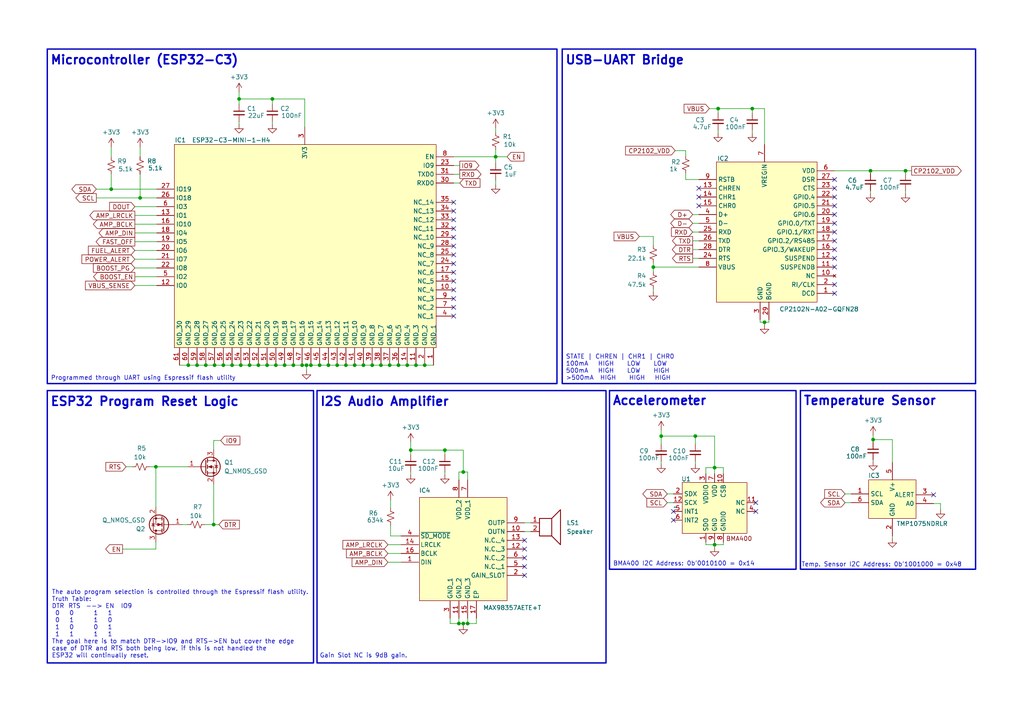
<source format=kicad_sch>
(kicad_sch (version 20231120) (generator "eeschema") (generator_version "8.0")
  (paper "A4")
  (lib_symbols
    (symbol "Device:C_Small" (pin_numbers hide) (pin_names (offset 0.254) hide)
      (property "Reference" "C" (at 0.254 1.778 0))
      (property "Value" "C_Small" (at 0.254 -2.032 0))
      (symbol "C_Small_0_1"
        (polyline (pts (xy -1.524 -0.508) (xy 1.524 -0.508)) (stroke (width 0.3302)))
        (polyline (pts (xy -1.524 0.508) (xy 1.524 0.508)) (stroke (width 0.3048)))
      )
      (symbol "C_Small_1_1"
        (pin passive line (at 0 2.54 270) (length 2.032) (name "~") (number "1"))
        (pin passive line (at 0 -2.54 90) (length 2.032) (name "~") (number "2"))
      )
    )
    (symbol "Device:Q_NMOS_GSD" (pin_names (offset 0) hide)
      (property "Reference" "Q" (at 5.08 1.27 0))
      (property "Value" "Q_NMOS_GSD" (at 5.08 -1.27 0))
      (symbol "Q_NMOS_GSD_0_1"
        (polyline (pts (xy 0.254 0) (xy -2.54 0)))
        (polyline (pts (xy 0.254 1.905) (xy 0.254 -1.905)) (stroke (width 0.254)))
        (polyline (pts (xy 0.762 -1.27) (xy 0.762 -2.286)) (stroke (width 0.254)))
        (polyline (pts (xy 0.762 0.508) (xy 0.762 -0.508)) (stroke (width 0.254)))
        (polyline (pts (xy 0.762 2.286) (xy 0.762 1.27)) (stroke (width 0.254)))
        (polyline (pts (xy 2.54 2.54) (xy 2.54 1.778)))
        (polyline (pts (xy 2.54 -2.54) (xy 2.54 0) (xy 0.762 0)))
        (polyline (pts (xy 0.762 -1.778) (xy 3.302 -1.778) (xy 3.302 1.778) (xy 0.762 1.778)))
        (polyline (pts (xy 1.016 0) (xy 2.032 0.381) (xy 2.032 -0.381) (xy 1.016 0)) (fill (type outline)))
        (polyline (pts (xy 2.794 0.508) (xy 2.921 0.381) (xy 3.683 0.381) (xy 3.81 0.254)))
        (polyline (pts (xy 3.302 0.381) (xy 2.921 -0.254) (xy 3.683 -0.254) (xy 3.302 0.381)))
        (circle (center 1.651 0) (radius 2.794) (stroke (width 0.254)))
        (circle (center 2.54 -1.778) (radius 0.254) (fill (type outline)))
        (circle (center 2.54 1.778) (radius 0.254) (fill (type outline)))
      )
      (symbol "Q_NMOS_GSD_1_1"
        (pin input line (at -5.08 0 0) (length 2.54) (name "G") (number "1"))
        (pin passive line (at 2.54 -5.08 90) (length 2.54) (name "S") (number "2"))
        (pin passive line (at 2.54 5.08 270) (length 2.54) (name "D") (number "3"))
      )
    )
    (symbol "Device:R_Small_US" (pin_numbers hide) (pin_names (offset 0.254) hide)
      (property "Reference" "R" (at 0.762 0.508 0))
      (property "Value" "R_Small_US" (at 0.762 -1.016 0))
      (symbol "R_Small_US_1_1"
        (polyline (pts (xy 0 0) (xy 1.016 -0.381) (xy 0 -0.762) (xy -1.016 -1.143) (xy 0 -1.524)))
        (polyline (pts (xy 0 1.524) (xy 1.016 1.143) (xy 0 0.762) (xy -1.016 0.381) (xy 0 0)))
        (pin passive line (at 0 2.54 270) (length 1.016) (name "~") (number "1"))
        (pin passive line (at 0 -2.54 90) (length 1.016) (name "~") (number "2"))
      )
    )
    (symbol "Device:Speaker" (pin_names (offset 0) hide)
      (property "Reference" "LS" (at 1.27 5.715 0))
      (property "Value" "Speaker" (at 1.27 3.81 0))
      (symbol "Speaker_0_0"
        (rectangle (start -2.54 1.27) (end 1.016 -3.81) (stroke (width 0.254)))
        (polyline (pts (xy 1.016 1.27) (xy 3.556 3.81) (xy 3.556 -6.35) (xy 1.016 -3.81)) (stroke (width 0.254)))
      )
      (symbol "Speaker_1_1"
        (pin input line (at -5.08 0 0) (length 2.54) (name "1") (number "1"))
        (pin input line (at -5.08 -2.54 0) (length 2.54) (name "2") (number "2"))
      )
    )
    (symbol "LEDSphere_symbols:BMA400"
      (property "Reference" "U" (at -8.89 8.128 0))
      (symbol "BMA400_1_1"
        (rectangle (start -9.398 7.112) (end 9.398 -7.62) (fill (type background)))
        (text "BMA400" (at 7.112 -9.144 0) (effects (font (size 1.27 1.27))))
        (pin input line (at -2.54 -10.16 90) (length 2.54) (name "SDO") (number "1"))
        (pin input line (at 2.54 9.652 270) (length 2.54) (name "CSB") (number "10"))
        (pin input line (at 11.938 1.27 180) (length 2.54) (name "NC") (number "11"))
        (pin input line (at -11.938 1.27 0) (length 2.54) (name "SCX") (number "12"))
        (pin input line (at -11.938 3.81 0) (length 2.54) (name "SDX") (number "2"))
        (pin input line (at -2.54 9.652 270) (length 2.54) (name "VDDIO") (number "3"))
        (pin input line (at 11.938 -1.27 180) (length 2.54) (name "NC") (number "4"))
        (pin input line (at -11.938 -1.27 0) (length 2.54) (name "INT1") (number "5"))
        (pin input line (at -11.938 -3.81 0) (length 2.54) (name "INT2") (number "6"))
        (pin input line (at 0 9.652 270) (length 2.54) (name "VDD") (number "7"))
        (pin input line (at 2.54 -10.16 90) (length 2.54) (name "GNDIO") (number "8"))
        (pin input line (at 0 -10.16 90) (length 2.54) (name "GND") (number "9"))
      )
    )
    (symbol "LEDSphere_symbols:CP2102N-A02-GQFN28"
      (property "Reference" "IC" (at -13.97 43.18 0))
      (property "Value" "CP2102N-A02-GQFN28" (at 5.08 -1.27 0))
      (symbol "CP2102N-A02-GQFN28_1_1"
        (rectangle (start -13.97 40.64) (end 15.24 0) (fill (type background)))
        (pin input line (at 20.32 2.54 180) (length 5.08) (name "DCD") (number "1"))
        (pin no_connect line (at 20.32 7.62 180) (length 5.08) (name "NC") (number "10"))
        (pin output line (at 20.32 10.16 180) (length 5.08) (name "SUSPENDB") (number "11"))
        (pin output line (at 20.32 12.7 180) (length 5.08) (name "SUSPEND") (number "12"))
        (pin output line (at -19.05 33.02 0) (length 5.08) (name "CHREN") (number "13"))
        (pin output line (at -19.05 30.48 0) (length 5.08) (name "CHR1") (number "14"))
        (pin output line (at -19.05 27.94 0) (length 5.08) (name "CHR0") (number "15"))
        (pin bidirectional line (at 20.32 15.24 180) (length 5.08) (name "GPIO.3/WAKEUP") (number "16"))
        (pin bidirectional line (at 20.32 17.78 180) (length 5.08) (name "GPIO.2/RS485") (number "17"))
        (pin bidirectional line (at 20.32 20.32 180) (length 5.08) (name "GPIO.1/RXT") (number "18"))
        (pin bidirectional line (at 20.32 22.86 180) (length 5.08) (name "GPIO.0/TXT") (number "19"))
        (pin bidirectional line (at 20.32 5.08 180) (length 5.08) (name "RI/CLK") (number "2"))
        (pin bidirectional line (at 20.32 25.4 180) (length 5.08) (name "GPIO.6") (number "20"))
        (pin bidirectional line (at 20.32 27.94 180) (length 5.08) (name "GPIO.5") (number "21"))
        (pin bidirectional line (at 20.32 30.48 180) (length 5.08) (name "GPIO.4") (number "22"))
        (pin input line (at 20.32 33.02 180) (length 5.08) (name "CTS") (number "23"))
        (pin output line (at -19.05 12.7 0) (length 5.08) (name "RTS") (number "24"))
        (pin input line (at -19.05 20.32 0) (length 5.08) (name "RXD") (number "25"))
        (pin output line (at -19.05 17.78 0) (length 5.08) (name "TXD") (number "26"))
        (pin input line (at 20.32 35.56 180) (length 5.08) (name "DSR") (number "27"))
        (pin output line (at -19.05 15.24 0) (length 5.08) (name "DTR") (number "28"))
        (pin power_in line (at 1.27 -5.08 90) (length 5.08) (name "BGND") (number "29"))
        (pin power_in line (at -1.27 -5.08 90) (length 5.08) (name "GND") (number "3"))
        (pin bidirectional line (at -19.05 25.4 0) (length 5.08) (name "D+") (number "4"))
        (pin bidirectional line (at -19.05 22.86 0) (length 5.08) (name "D-") (number "5"))
        (pin power_in line (at 20.32 38.1 180) (length 5.08) (name "VDD") (number "6"))
        (pin power_in line (at 0 45.72 270) (length 5.08) (name "VREGIN") (number "7"))
        (pin input line (at -19.05 10.16 0) (length 5.08) (name "VBUS") (number "8"))
        (pin input line (at -19.05 35.56 0) (length 5.08) (name "RSTB") (number "9"))
      )
    )
    (symbol "LEDSphere_symbols:ESP32-C3-MINI-1-H4"
      (property "Reference" "IC" (at -37.338 28.956 0))
      (property "Value" "ESP32-C3-MINI-1-H4" (at -32.258 28.956 0))
      (symbol "ESP32-C3-MINI-1-H4_1_1"
        (rectangle (start -37.846 26.924) (end 38.1 -32.004) (fill (type background)))
        (pin passive line (at 37.338 -37.084 90) (length 5.08) (name "GND_1") (number "1"))
        (pin passive line (at 43.18 -15.24 180) (length 5.08) (name "NC_4") (number "10"))
        (pin passive line (at 32.258 -37.084 90) (length 5.08) (name "GND_3") (number "11"))
        (pin passive line (at -42.926 -13.97 0) (length 5.08) (name "IO0") (number "12"))
        (pin passive line (at -42.926 6.35 0) (length 5.08) (name "IO1") (number "13"))
        (pin passive line (at 29.718 -37.084 90) (length 5.08) (name "GND_4") (number "14"))
        (pin passive line (at 43.18 -12.7 180) (length 5.08) (name "NC_5") (number "15"))
        (pin passive line (at -42.926 3.81 0) (length 5.08) (name "IO10") (number "16"))
        (pin passive line (at 43.18 -10.16 180) (length 5.08) (name "NC_6") (number "17"))
        (pin passive line (at -42.926 1.27 0) (length 5.08) (name "IO4") (number "18"))
        (pin passive line (at -42.926 -1.27 0) (length 5.08) (name "IO5") (number "19"))
        (pin passive line (at 34.798 -37.084 90) (length 5.08) (name "GND_2") (number "2"))
        (pin passive line (at -42.926 -3.81 0) (length 5.08) (name "IO6") (number "20"))
        (pin passive line (at -42.926 -6.35 0) (length 5.08) (name "IO7") (number "21"))
        (pin passive line (at -42.926 -8.89 0) (length 5.08) (name "IO8") (number "22"))
        (pin passive line (at 43.18 20.828 180) (length 5.08) (name "IO9") (number "23"))
        (pin passive line (at 43.18 -7.62 180) (length 5.08) (name "NC_7") (number "24"))
        (pin passive line (at 43.18 -5.08 180) (length 5.08) (name "NC_8") (number "25"))
        (pin passive line (at -42.926 11.43 0) (length 5.08) (name "IO18") (number "26"))
        (pin passive line (at -42.926 13.97 0) (length 5.08) (name "IO19") (number "27"))
        (pin passive line (at 43.18 -2.54 180) (length 5.08) (name "NC_9") (number "28"))
        (pin passive line (at 43.18 0 180) (length 5.08) (name "NC_10") (number "29"))
        (pin passive line (at 0 32.004 270) (length 5.08) (name "3V3") (number "3"))
        (pin passive line (at 43.18 15.748 180) (length 5.08) (name "RXD0") (number "30"))
        (pin passive line (at 43.18 18.288 180) (length 5.08) (name "TXD0") (number "31"))
        (pin passive line (at 43.18 2.54 180) (length 5.08) (name "NC_11") (number "32"))
        (pin passive line (at 43.18 5.08 180) (length 5.08) (name "NC_12") (number "33"))
        (pin passive line (at 43.18 7.62 180) (length 5.08) (name "NC_13") (number "34"))
        (pin passive line (at 43.18 10.16 180) (length 5.08) (name "NC_14") (number "35"))
        (pin passive line (at 27.178 -37.084 90) (length 5.08) (name "GND_5") (number "36"))
        (pin passive line (at 24.638 -37.084 90) (length 5.08) (name "GND_6") (number "37"))
        (pin passive line (at 22.098 -37.084 90) (length 5.08) (name "GND_7") (number "38"))
        (pin passive line (at 19.558 -37.084 90) (length 5.08) (name "GND_8") (number "39"))
        (pin passive line (at 43.18 -22.86 180) (length 5.08) (name "NC_1") (number "4"))
        (pin passive line (at 17.018 -37.084 90) (length 5.08) (name "GND_9") (number "40"))
        (pin passive line (at 14.478 -37.084 90) (length 5.08) (name "GND_10") (number "41"))
        (pin passive line (at 11.938 -37.084 90) (length 5.08) (name "GND_11") (number "42"))
        (pin passive line (at 9.398 -37.084 90) (length 5.08) (name "GND_12") (number "43"))
        (pin passive line (at 6.858 -37.084 90) (length 5.08) (name "GND_13") (number "44"))
        (pin passive line (at 4.318 -37.084 90) (length 5.08) (name "GND_14") (number "45"))
        (pin passive line (at 1.778 -37.084 90) (length 5.08) (name "GND_15") (number "46"))
        (pin passive line (at -0.762 -37.084 90) (length 5.08) (name "GND_16") (number "47"))
        (pin passive line (at -3.302 -37.084 90) (length 5.08) (name "GND_17") (number "48"))
        (pin passive line (at -5.842 -37.084 90) (length 5.08) (name "GND_18") (number "49"))
        (pin passive line (at -42.926 -11.43 0) (length 5.08) (name "IO2") (number "5"))
        (pin passive line (at -8.382 -37.084 90) (length 5.08) (name "GND_19") (number "50"))
        (pin passive line (at -10.922 -37.084 90) (length 5.08) (name "GND_20") (number "51"))
        (pin passive line (at -13.462 -37.084 90) (length 5.08) (name "GND_21") (number "52"))
        (pin passive line (at -16.002 -37.084 90) (length 5.08) (name "GND_22") (number "53"))
        (pin passive line (at -18.542 -37.084 90) (length 5.08) (name "GND_23") (number "54"))
        (pin passive line (at -21.082 -37.084 90) (length 5.08) (name "GND_24") (number "55"))
        (pin passive line (at -23.622 -37.084 90) (length 5.08) (name "GND_25") (number "56"))
        (pin passive line (at -26.162 -37.084 90) (length 5.08) (name "GND_26") (number "57"))
        (pin passive line (at -28.702 -37.084 90) (length 5.08) (name "GND_27") (number "58"))
        (pin passive line (at -31.242 -37.084 90) (length 5.08) (name "GND_28") (number "59"))
        (pin passive line (at -42.926 8.89 0) (length 5.08) (name "IO3") (number "6"))
        (pin passive line (at -33.782 -37.084 90) (length 5.08) (name "GND_29") (number "60"))
        (pin passive line (at -36.322 -37.084 90) (length 5.08) (name "GND_30") (number "61"))
        (pin passive line (at 43.18 -20.32 180) (length 5.08) (name "NC_2") (number "7"))
        (pin passive line (at 43.18 23.368 180) (length 5.08) (name "EN") (number "8"))
        (pin passive line (at 43.18 -17.78 180) (length 5.08) (name "NC_3") (number "9"))
      )
    )
    (symbol "LEDSphere_symbols:MAX98357AETE+T"
      (property "Reference" "IC" (at -12.7 17.018 0))
      (property "Value" "MAX98357AETE+T" (at 5.588 -15.748 0))
      (symbol "MAX98357AETE+T_1_1"
        (rectangle (start -12.7 14.986) (end 12.7 -14.986) (fill (type background)))
        (pin passive line (at -18.034 -3.81 0) (length 5.08) (name "DIN") (number "1"))
        (pin passive line (at 17.78 5.08 180) (length 5.08) (name "OUTN") (number "10"))
        (pin passive line (at -1.27 -20.066 90) (length 5.08) (name "GND_2") (number "11"))
        (pin passive line (at 17.78 0 180) (length 5.08) (name "N.C._3") (number "12"))
        (pin passive line (at 17.78 2.54 180) (length 5.08) (name "N.C._4") (number "13"))
        (pin passive line (at -18.034 1.27 0) (length 5.08) (name "LRCLK") (number "14"))
        (pin passive line (at 1.27 -20.066 90) (length 5.08) (name "GND_3") (number "15"))
        (pin passive line (at -18.034 -1.27 0) (length 5.08) (name "BCLK") (number "16"))
        (pin passive line (at 3.81 -20.066 90) (length 5.08) (name "EP") (number "17"))
        (pin passive line (at 17.78 -7.62 180) (length 5.08) (name "GAIN_SLOT") (number "2"))
        (pin passive line (at -3.81 -20.066 90) (length 5.08) (name "GND_1") (number "3"))
        (pin passive line (at -18.034 3.81 0) (length 5.08) (name "~{SD_MODE}") (number "4"))
        (pin passive line (at 17.78 -5.08 180) (length 5.08) (name "N.C._1") (number "5"))
        (pin passive line (at 17.78 -2.54 180) (length 5.08) (name "N.C._2") (number "6"))
        (pin passive line (at 1.27 20.066 270) (length 5.08) (name "VDD_1") (number "7"))
        (pin passive line (at -1.27 20.066 270) (length 5.08) (name "VDD_2") (number "8"))
        (pin passive line (at 17.78 7.62 180) (length 5.08) (name "OUTP") (number "9"))
      )
    )
    (symbol "LEDSphere_symbols:TMP1075NDRLR"
      (property "Reference" "IC" (at -6.858 7.366 0))
      (property "Value" "TMP1075NDRLR" (at 1.524 -6.35 0))
      (symbol "TMP1075NDRLR_1_1"
        (rectangle (start -6.858 5.588) (end 6.858 -5.588) (fill (type background)))
        (pin passive line (at -11.938 1.524 0) (length 5.08) (name "SCL") (number "1"))
        (pin passive line (at 0 -10.668 90) (length 5.08) (name "GND") (number "2"))
        (pin passive line (at 11.938 1.27 180) (length 5.08) (name "ALERT") (number "3"))
        (pin passive line (at 11.938 -1.27 180) (length 5.08) (name "A0") (number "4"))
        (pin passive line (at 0 10.668 270) (length 5.08) (name "V+") (number "5"))
        (pin passive line (at -11.938 -1.016 0) (length 5.08) (name "SDA") (number "6"))
      )
    )
    (symbol "power:+3V3" (power) (pin_names (offset 0))
      (property "Value" "+3V3" (at 0 3.556 0))
      (symbol "+3V3_0_1"
        (polyline (pts (xy -0.762 1.27) (xy 0 2.54)))
        (polyline (pts (xy 0 0) (xy 0 2.54)))
        (polyline (pts (xy 0 2.54) (xy 0.762 1.27)))
      )
      (symbol "+3V3_1_1"
        (pin power_in line (at 0 0 90) (length 0) hide (name "+3V3") (number "1"))
      )
    )
    (symbol "power:GND" (power) (pin_names (offset 0))
      (property "Value" "GND" (at 0 -3.81 0))
      (symbol "GND_0_1"
        (polyline (pts (xy 0 0) (xy 0 -1.27) (xy 1.27 -1.27) (xy 0 -2.54) (xy -1.27 -1.27) (xy 0 -1.27)))
      )
      (symbol "GND_1_1"
        (pin power_in line (at 0 0 270) (length 0) hide (name "GND") (number "1"))
      )
    )
  )
  (junction (at 135.636 180.848))
  (junction (at 118.11 105.918))
  (junction (at 129.032 130.556))
  (junction (at 189.484 77.47))
  (junction (at 201.676 126.492))
  (junction (at 72.39 105.918))
  (junction (at 105.41 105.918))
  (junction (at 64.77 105.918))
  (junction (at 218.186 31.496))
  (junction (at 59.69 105.918))
  (junction (at 40.64 57.404))
  (junction (at 191.77 126.492))
  (junction (at 262.636 49.53))
  (junction (at 123.19 105.918))
  (junction (at 119.126 130.556))
  (junction (at 97.79 105.918))
  (junction (at 87.63 105.918))
  (junction (at 90.17 105.918))
  (junction (at 208.28 31.496))
  (junction (at 100.33 105.918))
  (junction (at 221.742 93.472))
  (junction (at 78.994 28.702))
  (junction (at 88.9 105.918))
  (junction (at 143.764 45.466))
  (junction (at 45.212 135.382))
  (junction (at 80.01 105.918))
  (junction (at 134.366 136.906))
  (junction (at 133.096 180.848))
  (junction (at 62.23 105.918))
  (junction (at 54.61 105.918))
  (junction (at 69.85 105.918))
  (junction (at 95.25 105.918))
  (junction (at 74.93 105.918))
  (junction (at 207.264 157.988))
  (junction (at 120.65 105.918))
  (junction (at 85.09 105.918))
  (junction (at 253.238 127.508))
  (junction (at 77.47 105.918))
  (junction (at 57.15 105.918))
  (junction (at 32.258 54.864))
  (junction (at 69.342 28.702))
  (junction (at 102.87 105.918))
  (junction (at 252.476 49.53))
  (junction (at 67.31 105.918))
  (junction (at 207.264 135.636))
  (junction (at 134.366 180.848))
  (junction (at 113.03 105.918))
  (junction (at 115.57 105.918))
  (junction (at 82.55 105.918))
  (junction (at 92.71 105.918))
  (junction (at 107.95 105.918))
  (junction (at 61.976 152.146))
  (junction (at 110.49 105.918))
  (no_connect (at 202.692 59.69))
  (no_connect (at 270.764 143.51))
  (no_connect (at 131.572 63.754))
  (no_connect (at 219.202 148.336))
  (no_connect (at 131.572 78.994))
  (no_connect (at 131.572 58.674))
  (no_connect (at 242.062 85.09))
  (no_connect (at 131.572 66.294))
  (no_connect (at 152.146 161.798))
  (no_connect (at 131.572 89.154))
  (no_connect (at 131.572 86.614))
  (no_connect (at 152.146 166.878))
  (no_connect (at 195.326 148.336))
  (no_connect (at 152.146 159.258))
  (no_connect (at 242.062 52.07))
  (no_connect (at 242.062 57.15))
  (no_connect (at 242.062 69.85))
  (no_connect (at 242.062 67.31))
  (no_connect (at 131.572 61.214))
  (no_connect (at 195.326 150.876))
  (no_connect (at 242.062 82.55))
  (no_connect (at 242.062 54.61))
  (no_connect (at 202.692 54.61))
  (no_connect (at 152.146 164.338))
  (no_connect (at 242.062 74.93))
  (no_connect (at 219.202 145.796))
  (no_connect (at 131.572 81.534))
  (no_connect (at 242.062 62.23))
  (no_connect (at 242.062 64.77))
  (no_connect (at 131.572 91.694))
  (no_connect (at 131.572 71.374))
  (no_connect (at 242.062 77.47))
  (no_connect (at 152.146 156.718))
  (no_connect (at 131.572 68.834))
  (no_connect (at 131.572 84.074))
  (no_connect (at 242.062 59.69))
  (no_connect (at 131.572 76.454))
  (no_connect (at 242.062 72.39))
  (no_connect (at 202.692 57.15))
  (no_connect (at 131.572 73.914))
  (wire (pts (xy 90.17 105.918) (xy 92.71 105.918)))
  (wire (pts (xy 69.342 35.306) (xy 69.342 36.068)))
  (wire (pts (xy 200.914 69.85) (xy 202.692 69.85)))
  (wire (pts (xy 200.914 74.93) (xy 202.692 74.93)))
  (wire (pts (xy 272.796 147.828) (xy 272.796 146.05)))
  (wire (pts (xy 207.264 126.492) (xy 201.676 126.492)))
  (wire (pts (xy 69.342 28.702) (xy 78.994 28.702)))
  (wire (pts (xy 221.742 31.496) (xy 218.186 31.496)))
  (wire (pts (xy 134.366 136.906) (xy 133.096 136.906)))
  (wire (pts (xy 61.976 127.762) (xy 61.976 130.302)))
  (wire (pts (xy 253.238 126.238) (xy 253.238 127.508)))
  (wire (pts (xy 152.146 154.178) (xy 153.924 154.178)))
  (wire (pts (xy 200.914 64.77) (xy 202.692 64.77)))
  (wire (pts (xy 245.11 143.256) (xy 246.888 143.256)))
  (wire (pts (xy 119.126 131.826) (xy 119.126 130.556)))
  (wire (pts (xy 52.07 105.918) (xy 54.61 105.918)))
  (wire (pts (xy 88.9 105.918) (xy 88.9 107.442)))
  (wire (pts (xy 82.55 105.918) (xy 85.09 105.918)))
  (wire (pts (xy 61.976 152.146) (xy 61.976 140.462)))
  (wire (pts (xy 88.392 36.83) (xy 88.392 28.702)))
  (wire (pts (xy 88.9 105.918) (xy 90.17 105.918)))
  (wire (pts (xy 52.832 152.146) (xy 54.356 152.146)))
  (wire (pts (xy 97.79 105.918) (xy 100.33 105.918)))
  (wire (pts (xy 218.186 37.846) (xy 218.186 38.608)))
  (wire (pts (xy 200.914 72.39) (xy 202.692 72.39)))
  (wire (pts (xy 69.342 26.67) (xy 69.342 28.702)))
  (wire (pts (xy 39.116 80.264) (xy 45.466 80.264)))
  (wire (pts (xy 134.366 136.906) (xy 134.366 130.556)))
  (wire (pts (xy 143.764 52.324) (xy 143.764 53.594)))
  (wire (pts (xy 198.882 43.688) (xy 198.882 45.212)))
  (wire (pts (xy 110.49 105.918) (xy 113.03 105.918)))
  (wire (pts (xy 129.032 136.906) (xy 129.032 137.668)))
  (wire (pts (xy 252.476 49.53) (xy 242.062 49.53)))
  (wire (pts (xy 204.724 157.988) (xy 207.264 157.988)))
  (wire (pts (xy 253.238 128.27) (xy 253.238 127.508)))
  (wire (pts (xy 80.01 105.918) (xy 82.55 105.918)))
  (wire (pts (xy 189.484 68.58) (xy 189.484 71.12)))
  (wire (pts (xy 113.284 145.034) (xy 113.284 147.32)))
  (wire (pts (xy 120.65 105.918) (xy 123.19 105.918)))
  (wire (pts (xy 138.176 180.848) (xy 138.176 179.324)))
  (wire (pts (xy 262.636 50.292) (xy 262.636 49.53)))
  (wire (pts (xy 258.826 155.448) (xy 258.826 156.21)))
  (wire (pts (xy 191.77 124.714) (xy 191.77 126.492)))
  (wire (pts (xy 143.764 43.434) (xy 143.764 45.466)))
  (wire (pts (xy 45.212 147.066) (xy 45.212 135.382)))
  (wire (pts (xy 39.116 65.024) (xy 45.466 65.024)))
  (wire (pts (xy 78.994 35.306) (xy 78.994 36.068)))
  (wire (pts (xy 143.764 37.084) (xy 143.764 38.354)))
  (wire (pts (xy 115.57 105.918) (xy 118.11 105.918)))
  (wire (pts (xy 133.096 179.324) (xy 133.096 180.848)))
  (wire (pts (xy 39.116 72.644) (xy 45.466 72.644)))
  (wire (pts (xy 218.186 31.496) (xy 218.186 32.766)))
  (wire (pts (xy 72.39 105.918) (xy 74.93 105.918)))
  (wire (pts (xy 64.77 105.918) (xy 67.31 105.918)))
  (wire (pts (xy 135.636 139.192) (xy 135.636 136.906)))
  (wire (pts (xy 195.834 43.688) (xy 198.882 43.688)))
  (wire (pts (xy 39.116 59.944) (xy 45.466 59.944)))
  (wire (pts (xy 131.572 48.006) (xy 133.35 48.006)))
  (wire (pts (xy 207.264 137.414) (xy 207.264 135.636)))
  (wire (pts (xy 262.636 49.53) (xy 252.476 49.53)))
  (wire (pts (xy 131.572 50.546) (xy 133.35 50.546)))
  (wire (pts (xy 69.342 30.226) (xy 69.342 28.702)))
  (wire (pts (xy 220.472 92.71) (xy 220.472 93.472)))
  (wire (pts (xy 191.77 126.492) (xy 201.676 126.492)))
  (wire (pts (xy 205.74 31.496) (xy 208.28 31.496)))
  (wire (pts (xy 119.126 136.906) (xy 119.126 137.668)))
  (wire (pts (xy 131.572 53.086) (xy 133.35 53.086)))
  (wire (pts (xy 198.882 50.292) (xy 198.882 52.07)))
  (wire (pts (xy 189.484 83.82) (xy 189.484 84.582)))
  (wire (pts (xy 27.94 54.864) (xy 32.258 54.864)))
  (wire (pts (xy 35.56 159.258) (xy 45.212 159.258)))
  (wire (pts (xy 133.096 139.192) (xy 133.096 136.906)))
  (wire (pts (xy 40.64 50.546) (xy 40.64 57.404)))
  (wire (pts (xy 200.914 62.23) (xy 202.692 62.23)))
  (wire (pts (xy 62.23 105.918) (xy 64.77 105.918)))
  (wire (pts (xy 223.012 93.472) (xy 221.742 93.472)))
  (wire (pts (xy 152.146 151.638) (xy 153.924 151.638)))
  (wire (pts (xy 64.008 127.762) (xy 61.976 127.762)))
  (wire (pts (xy 36.576 135.382) (xy 38.354 135.382)))
  (wire (pts (xy 193.548 145.796) (xy 195.326 145.796)))
  (wire (pts (xy 119.126 128.27) (xy 119.126 130.556)))
  (wire (pts (xy 59.69 105.918) (xy 62.23 105.918)))
  (wire (pts (xy 134.366 180.848) (xy 135.636 180.848)))
  (wire (pts (xy 85.09 105.918) (xy 87.63 105.918)))
  (wire (pts (xy 43.434 135.382) (xy 45.212 135.382)))
  (wire (pts (xy 201.676 126.492) (xy 201.676 128.778)))
  (wire (pts (xy 200.914 67.31) (xy 202.692 67.31)))
  (wire (pts (xy 61.976 152.146) (xy 63.5 152.146)))
  (wire (pts (xy 118.11 105.918) (xy 120.65 105.918)))
  (wire (pts (xy 258.826 127.508) (xy 258.826 134.112)))
  (wire (pts (xy 245.11 145.796) (xy 246.888 145.796)))
  (wire (pts (xy 135.636 136.906) (xy 134.366 136.906)))
  (wire (pts (xy 45.212 135.382) (xy 54.356 135.382)))
  (wire (pts (xy 221.742 93.472) (xy 221.742 94.234)))
  (wire (pts (xy 119.126 130.556) (xy 129.032 130.556)))
  (wire (pts (xy 32.258 50.546) (xy 32.258 54.864)))
  (wire (pts (xy 207.264 157.226) (xy 207.264 157.988)))
  (wire (pts (xy 78.994 28.702) (xy 78.994 30.226)))
  (wire (pts (xy 252.476 55.372) (xy 252.476 56.134)))
  (wire (pts (xy 100.33 105.918) (xy 102.87 105.918)))
  (wire (pts (xy 67.31 105.918) (xy 69.85 105.918)))
  (wire (pts (xy 208.28 31.496) (xy 208.28 32.766)))
  (wire (pts (xy 189.484 76.2) (xy 189.484 77.47)))
  (wire (pts (xy 112.522 163.068) (xy 116.332 163.068)))
  (wire (pts (xy 39.116 70.104) (xy 45.466 70.104)))
  (wire (pts (xy 74.93 105.918) (xy 77.47 105.918)))
  (wire (pts (xy 272.796 146.05) (xy 270.764 146.05)))
  (wire (pts (xy 204.724 157.226) (xy 204.724 157.988)))
  (wire (pts (xy 262.636 49.53) (xy 264.414 49.53)))
  (wire (pts (xy 209.804 137.414) (xy 209.804 135.636)))
  (wire (pts (xy 131.572 45.466) (xy 143.764 45.466)))
  (wire (pts (xy 87.63 105.918) (xy 88.9 105.918)))
  (wire (pts (xy 209.804 135.636) (xy 207.264 135.636)))
  (wire (pts (xy 220.472 93.472) (xy 221.742 93.472)))
  (wire (pts (xy 207.264 157.988) (xy 207.264 158.75)))
  (wire (pts (xy 54.61 105.918) (xy 57.15 105.918)))
  (wire (pts (xy 107.95 105.918) (xy 110.49 105.918)))
  (wire (pts (xy 202.692 77.47) (xy 189.484 77.47)))
  (wire (pts (xy 204.724 137.414) (xy 204.724 135.636)))
  (wire (pts (xy 252.476 50.292) (xy 252.476 49.53)))
  (wire (pts (xy 189.484 77.47) (xy 189.484 78.74)))
  (wire (pts (xy 209.804 157.988) (xy 209.804 157.226)))
  (wire (pts (xy 39.116 82.804) (xy 45.466 82.804)))
  (wire (pts (xy 77.47 105.918) (xy 80.01 105.918)))
  (wire (pts (xy 253.238 127.508) (xy 258.826 127.508)))
  (wire (pts (xy 27.94 57.404) (xy 40.64 57.404)))
  (wire (pts (xy 135.636 179.324) (xy 135.636 180.848)))
  (wire (pts (xy 208.28 31.496) (xy 218.186 31.496)))
  (wire (pts (xy 32.258 42.672) (xy 32.258 45.466)))
  (wire (pts (xy 102.87 105.918) (xy 105.41 105.918)))
  (wire (pts (xy 198.882 52.07) (xy 202.692 52.07)))
  (wire (pts (xy 223.012 92.71) (xy 223.012 93.472)))
  (wire (pts (xy 191.77 128.778) (xy 191.77 126.492)))
  (wire (pts (xy 105.41 105.918) (xy 107.95 105.918)))
  (wire (pts (xy 123.19 105.918) (xy 125.73 105.918)))
  (wire (pts (xy 191.77 133.858) (xy 191.77 134.62)))
  (wire (pts (xy 135.636 180.848) (xy 138.176 180.848)))
  (wire (pts (xy 207.264 157.988) (xy 209.804 157.988)))
  (wire (pts (xy 143.764 45.466) (xy 143.764 47.244)))
  (wire (pts (xy 78.994 28.702) (xy 88.392 28.702)))
  (wire (pts (xy 45.212 157.226) (xy 45.212 159.258)))
  (wire (pts (xy 112.522 160.528) (xy 116.332 160.528)))
  (wire (pts (xy 129.032 130.556) (xy 129.032 131.826)))
  (wire (pts (xy 208.28 37.846) (xy 208.28 38.608)))
  (wire (pts (xy 134.366 180.848) (xy 134.366 181.356)))
  (wire (pts (xy 39.116 62.484) (xy 45.466 62.484)))
  (wire (pts (xy 40.64 42.672) (xy 40.64 45.466)))
  (wire (pts (xy 39.116 75.184) (xy 45.466 75.184)))
  (wire (pts (xy 134.366 130.556) (xy 129.032 130.556)))
  (wire (pts (xy 57.15 105.918) (xy 59.69 105.918)))
  (wire (pts (xy 133.096 180.848) (xy 134.366 180.848)))
  (wire (pts (xy 193.548 143.256) (xy 195.326 143.256)))
  (wire (pts (xy 262.636 55.372) (xy 262.636 56.134)))
  (wire (pts (xy 95.25 105.918) (xy 97.79 105.918)))
  (wire (pts (xy 207.264 135.636) (xy 207.264 126.492)))
  (wire (pts (xy 143.764 45.466) (xy 147.066 45.466)))
  (wire (pts (xy 39.116 67.564) (xy 45.466 67.564)))
  (wire (pts (xy 40.64 57.404) (xy 45.466 57.404)))
  (wire (pts (xy 59.436 152.146) (xy 61.976 152.146)))
  (wire (pts (xy 113.03 105.918) (xy 115.57 105.918)))
  (wire (pts (xy 39.116 77.724) (xy 45.466 77.724)))
  (wire (pts (xy 69.85 105.918) (xy 72.39 105.918)))
  (wire (pts (xy 113.284 155.448) (xy 116.332 155.448)))
  (wire (pts (xy 221.742 41.91) (xy 221.742 31.496)))
  (wire (pts (xy 253.238 133.35) (xy 253.238 133.858)))
  (wire (pts (xy 204.724 135.636) (xy 207.264 135.636)))
  (wire (pts (xy 92.71 105.918) (xy 95.25 105.918)))
  (wire (pts (xy 32.258 54.864) (xy 45.466 54.864)))
  (wire (pts (xy 130.556 179.324) (xy 130.556 180.848)))
  (wire (pts (xy 112.522 157.988) (xy 116.332 157.988)))
  (wire (pts (xy 185.42 68.58) (xy 189.484 68.58)))
  (wire (pts (xy 130.556 180.848) (xy 133.096 180.848)))
  (wire (pts (xy 201.676 133.858) (xy 201.676 134.62)))
  (wire (pts (xy 113.284 152.4) (xy 113.284 155.448)))
  (rectangle (start 232.156 113.284) (end 282.956 165.1) (stroke (width 0.4)))
  (rectangle (start 176.784 113.284) (end 230.886 165.1) (stroke (width 0.4)))
  (rectangle (start 163.068 14.224) (end 282.956 111.252) (stroke (width 0.4)))
  (rectangle (start 91.948 113.284) (end 175.768 192.278) (stroke (width 0.4)))
  (rectangle (start 13.716 14.224) (end 161.544 111.252) (stroke (width 0.4)))
  (rectangle (start 13.716 113.284) (end 90.932 192.278) (stroke (width 0.4)))
  (text "I2S Audio Amplifier" (at 92.71 118.11 0) (effects (font (size 2.54 2.54) (thickness 0.508) (bold yes)) (justify left bottom)))
  (text "Gain Slot NC is 9dB gain." (at 92.71 191.008 0) (effects (font (size 1.27 1.27)) (justify left bottom)))
  (text "Temperature Sensor" (at 232.918 117.856 0) (effects (font (size 2.54 2.54) (thickness 0.508) (bold yes)) (justify left bottom)))
  (text "Microcontroller (ESP32-C3)" (at 14.478 19.05 0) (effects (font (size 2.54 2.54) (thickness 0.508) (bold yes)) (justify left bottom)))
  (text "Programmed through UART using Espressif flash utility" (at 14.732 110.49 0) (effects (font (size 1.27 1.27)) (justify left bottom)))
  (text "BMA400 I2C Address: 0b'0010100 = 0x14" (at 177.8 164.338 0) (effects (font (size 1.27 1.27)) (justify left bottom)))
  (text "The auto program selection is controlled through the Espressif flash utility.\nTruth Table:\nDTR	RTS	--> EN	IO9\n 0   0      1   1\n 0   1      1   0\n 1   0      0   1\n 1   1      1   1\nThe goal here is to match DTR->IO9 and RTS->EN but cover the edge\ncase of DTR and RTS both being low, if this is not handled the \nESP32 will continually reset." (at 14.986 191.008 0) (effects (font (size 1.27 1.27)) (justify left bottom)))
  (text "STATE | CHREN | CHR1 | CHR0\n100mA   HIGH    LOW    LOW\n500mA   HIGH    LOW    HIGH\n>500mA  HIGH    HIGH   HIGH\n  " (at 164.084 112.522 0) (effects (font (size 1.27 1.27)) (justify left bottom)))
  (text "Temp. Sensor I2C Address: 0b'1001000 = 0x48" (at 232.41 164.592 0) (effects (font (size 1.27 1.27)) (justify left bottom)))
  (text "Accelerometer" (at 177.546 117.856 0) (effects (font (size 2.54 2.54) (thickness 0.508) (bold yes)) (justify left bottom)))
  (text "USB-UART Bridge" (at 163.83 19.05 0) (effects (font (size 2.54 2.54) (thickness 0.508) (bold yes)) (justify left bottom)))
  (text "ESP32 Program Reset Logic" (at 14.478 118.11 0) (effects (font (size 2.54 2.54) (thickness 0.508) (bold yes)) (justify left bottom)))
  (global_label "D-" (shape bidirectional) (at 200.914 64.77 180) (property "Intersheetrefs" "${INTERSHEET_REFS}" (effects (hide yes))))
  (global_label "POWER_ALERT" (shape input) (at 39.116 75.184 180) (property "Intersheetrefs" "${INTERSHEET_REFS}" (effects (hide yes))))
  (global_label "IO9" (shape input) (at 64.008 127.762 0) (property "Intersheetrefs" "${INTERSHEET_REFS}" (effects (hide yes))))
  (global_label "VBUS" (shape input) (at 185.42 68.58 180) (property "Intersheetrefs" "${INTERSHEET_REFS}" (effects (hide yes))))
  (global_label "AMP_LRCLK" (shape input) (at 112.522 157.988 180) (property "Intersheetrefs" "${INTERSHEET_REFS}" (effects (hide yes))))
  (global_label "AMP_LRCLK" (shape output) (at 39.116 62.484 180) (property "Intersheetrefs" "${INTERSHEET_REFS}" (effects (hide yes))))
  (global_label "DTR" (shape input) (at 63.5 152.146 0) (property "Intersheetrefs" "${INTERSHEET_REFS}" (effects (hide yes))))
  (global_label "DOUT" (shape input) (at 39.116 59.944 180) (property "Intersheetrefs" "${INTERSHEET_REFS}" (effects (hide yes))))
  (global_label "RTS" (shape output) (at 200.914 74.93 180) (property "Intersheetrefs" "${INTERSHEET_REFS}" (effects (hide yes))))
  (global_label "SDA" (shape bidirectional) (at 245.11 145.796 180) (property "Intersheetrefs" "${INTERSHEET_REFS}" (effects (hide yes))))
  (global_label "RTS" (shape input) (at 36.576 135.382 180) (property "Intersheetrefs" "${INTERSHEET_REFS}" (effects (hide yes))))
  (global_label "SCL" (shape input) (at 245.11 143.256 180) (property "Intersheetrefs" "${INTERSHEET_REFS}" (effects (hide yes))))
  (global_label "FUEL_ALERT" (shape input) (at 39.116 72.644 180) (property "Intersheetrefs" "${INTERSHEET_REFS}" (effects (hide yes))))
  (global_label "SDA" (shape bidirectional) (at 193.548 143.256 180) (property "Intersheetrefs" "${INTERSHEET_REFS}" (effects (hide yes))))
  (global_label "VBUS_SENSE" (shape input) (at 39.116 82.804 180) (property "Intersheetrefs" "${INTERSHEET_REFS}" (effects (hide yes))))
  (global_label "TXD" (shape input) (at 133.35 53.086 0) (property "Intersheetrefs" "${INTERSHEET_REFS}" (effects (hide yes))))
  (global_label "AMP_BCLK" (shape output) (at 39.116 65.024 180) (property "Intersheetrefs" "${INTERSHEET_REFS}" (effects (hide yes))))
  (global_label "D+" (shape bidirectional) (at 200.914 62.23 180) (property "Intersheetrefs" "${INTERSHEET_REFS}" (effects (hide yes))))
  (global_label "VBUS" (shape input) (at 205.74 31.496 180) (property "Intersheetrefs" "${INTERSHEET_REFS}" (effects (hide yes))))
  (global_label "FAST_OFF" (shape output) (at 39.116 70.104 180) (property "Intersheetrefs" "${INTERSHEET_REFS}" (effects (hide yes))))
  (global_label "EN" (shape input) (at 147.066 45.466 0) (property "Intersheetrefs" "${INTERSHEET_REFS}" (effects (hide yes))))
  (global_label "RXD" (shape output) (at 133.35 50.546 0) (property "Intersheetrefs" "${INTERSHEET_REFS}" (effects (hide yes))))
  (global_label "CP2102_VDD" (shape input) (at 195.834 43.688 180) (property "Intersheetrefs" "${INTERSHEET_REFS}" (effects (hide yes))))
  (global_label "CP2102_VDD" (shape output) (at 264.414 49.53 0) (property "Intersheetrefs" "${INTERSHEET_REFS}" (effects (hide yes))))
  (global_label "TXD" (shape output) (at 200.914 69.85 180) (property "Intersheetrefs" "${INTERSHEET_REFS}" (effects (hide yes))))
  (global_label "DTR" (shape output) (at 200.914 72.39 180) (property "Intersheetrefs" "${INTERSHEET_REFS}" (effects (hide yes))))
  (global_label "AMP_DIN" (shape output) (at 39.116 67.564 180) (property "Intersheetrefs" "${INTERSHEET_REFS}" (effects (hide yes))))
  (global_label "SCL" (shape output) (at 27.94 57.404 180) (property "Intersheetrefs" "${INTERSHEET_REFS}" (effects (hide yes))))
  (global_label "BOOST_PG" (shape input) (at 39.116 77.724 180) (property "Intersheetrefs" "${INTERSHEET_REFS}" (effects (hide yes))))
  (global_label "SCL" (shape input) (at 193.548 145.796 180) (property "Intersheetrefs" "${INTERSHEET_REFS}" (effects (hide yes))))
  (global_label "AMP_BCLK" (shape input) (at 112.522 160.528 180) (property "Intersheetrefs" "${INTERSHEET_REFS}" (effects (hide yes))))
  (global_label "BOOST_EN" (shape output) (at 39.116 80.264 180) (property "Intersheetrefs" "${INTERSHEET_REFS}" (effects (hide yes))))
  (global_label "RXD" (shape input) (at 200.914 67.31 180) (property "Intersheetrefs" "${INTERSHEET_REFS}" (effects (hide yes))))
  (global_label "IO9" (shape output) (at 133.35 48.006 0) (property "Intersheetrefs" "${INTERSHEET_REFS}" (effects (hide yes))))
  (global_label "AMP_DIN" (shape input) (at 112.522 163.068 180) (property "Intersheetrefs" "${INTERSHEET_REFS}" (effects (hide yes))))
  (global_label "EN" (shape output) (at 35.56 159.258 180) (property "Intersheetrefs" "${INTERSHEET_REFS}" (effects (hide yes))))
  (global_label "SDA" (shape bidirectional) (at 27.94 54.864 180) (property "Intersheetrefs" "${INTERSHEET_REFS}" (effects (hide yes))))
  (symbol (lib_id "power:GND") (at 218.186 38.608 0) (unit 1)
    (property "Reference" "#PWR06" (effects (hide yes)))
    (property "Value" "GND" (effects (hide yes)))
  )
  (symbol (lib_id "power:+3V3") (at 32.258 42.672 0) (unit 1)
    (property "Reference" "#PWR028" (effects (hide yes)))
    (property "Value" "+3V3" (at 32.258 38.354 0))
  )
  (symbol (lib_id "Device:C_Small") (at 262.636 52.832 0) (unit 1)
    (property "Reference" "C7" (at 256.032 52.324 0) (effects (justify left)))
    (property "Value" "100nF" (at 255.016 54.356 0) (effects (justify left)))
    (property "Footprint" "Capacitor_SMD:C_0402_1005Metric" (effects (hide yes)))
  )
  (symbol (lib_id "power:GND") (at 189.484 84.582 0) (unit 1)
    (property "Reference" "#PWR010" (effects (hide yes)))
    (property "Value" "GND" (effects (hide yes)))
  )
  (symbol (lib_id "Device:R_Small_US") (at 189.484 73.66 0) (unit 1)
    (property "Reference" "R3" (at 187.452 72.39 0) (effects (justify right)))
    (property "Value" "22.1k" (at 187.452 74.93 0) (effects (justify right)))
    (property "Footprint" "Resistor_SMD:R_0402_1005Metric" (effects (hide yes)))
  )
  (symbol (lib_id "power:+3V3") (at 119.126 128.27 0) (unit 1)
    (property "Reference" "#PWR015" (effects (hide yes)))
    (property "Value" "+3V3" (at 119.126 123.952 0))
  )
  (symbol (lib_id "power:GND") (at 208.28 38.608 0) (unit 1)
    (property "Reference" "#PWR05" (effects (hide yes)))
    (property "Value" "GND" (effects (hide yes)))
  )
  (symbol (lib_id "power:GND") (at 88.9 107.442 0) (unit 1)
    (property "Reference" "#PWR012" (effects (hide yes)))
    (property "Value" "GND" (effects (hide yes)))
  )
  (symbol (lib_id "power:GND") (at 201.676 134.62 0) (unit 1)
    (property "Reference" "#PWR018" (effects (hide yes)))
    (property "Value" "GND" (effects (hide yes)))
  )
  (symbol (lib_id "Device:C_Small") (at 69.342 32.766 0) (unit 1)
    (property "Reference" "C1" (at 71.628 31.496 0) (effects (justify left)))
    (property "Value" "22uF" (at 71.882 33.528 0) (effects (justify left)))
    (property "Footprint" "Capacitor_SMD:C_0603_1608Metric" (effects (hide yes)))
  )
  (symbol (lib_id "Device:Q_NMOS_GSD") (at 47.752 152.146 180) (unit 1)
    (property "Reference" "Q2" (at 42.164 153.416 0) (effects (justify left)))
    (property "Value" "Q_NMOS_GSD" (at 42.164 150.876 0) (effects (justify left)))
    (property "Footprint" "LEDSphere_footprints:NMOS_SOT91P240X110-3N" (effects (hide yes)))
  )
  (symbol (lib_id "Device:R_Small_US") (at 32.258 48.006 180) (unit 1)
    (property "Reference" "R9" (at 34.036 46.736 0) (effects (justify right)))
    (property "Value" "5.1k" (at 34.29 49.022 0) (effects (justify right)))
    (property "Footprint" "Resistor_SMD:R_0402_1005Metric" (effects (hide yes)))
  )
  (symbol (lib_id "Device:C_Small") (at 129.032 134.366 0) (unit 1)
    (property "Reference" "C12" (at 122.428 133.858 0) (effects (justify left)))
    (property "Value" "100nF" (at 121.158 135.89 0) (effects (justify left)))
    (property "Footprint" "Capacitor_SMD:C_0402_1005Metric" (effects (hide yes)))
  )
  (symbol (lib_id "LEDSphere_symbols:CP2102N-A02-GQFN28") (at 221.742 87.63 0) (unit 1)
    (property "Reference" "IC2" (at 208.026 45.974 0) (effects (justify left)))
    (property "Value" "CP2102N-A02-GQFN28" (at 226.06 89.662 0) (effects (justify left)))
    (property "Footprint" "LEDSphere_footprints:cp2102_QFN50P500X500X80-29N-D" (effects (hide yes)))
    (property "Datasheet" "https://componentsearchengine.com/Datasheets/2/CP2102N-A02-GQFN28.pdf" (effects (hide yes)))
    (property "Height" "0.8" (effects (hide yes)))
    (property "Mouser Part Number" "634-CP2102NA02GQFN28" (effects (hide yes)))
    (property "Mouser Price/Stock" "https://www.mouser.co.uk/ProductDetail/Silicon-Labs/CP2102N-A02-GQFN28?qs=u16ybLDytRaSBkSkyjYFiA%3D%3D" (effects (hide yes)))
    (property "Manufacturer_Name" "Silicon Labs" (effects (hide yes)))
    (property "Manufacturer_Part_Number" "CP2102N-A02-GQFN28" (effects (hide yes)))
  )
  (symbol (lib_id "power:GND") (at 69.342 36.068 0) (unit 1)
    (property "Reference" "#PWR02" (effects (hide yes)))
    (property "Value" "GND" (effects (hide yes)))
  )
  (symbol (lib_id "Device:C_Small") (at 208.28 35.306 0) (unit 1)
    (property "Reference" "C3" (at 201.676 34.798 0) (effects (justify left)))
    (property "Value" "4.7uF" (at 200.914 36.83 0) (effects (justify left)))
    (property "Footprint" "Capacitor_SMD:C_0402_1005Metric" (effects (hide yes)))
  )
  (symbol (lib_id "power:+3V3") (at 191.77 124.714 0) (unit 1)
    (property "Reference" "#PWR013" (effects (hide yes)))
    (property "Value" "+3V3" (at 191.77 120.396 0))
  )
  (symbol (lib_id "power:+3V3") (at 40.64 42.672 0) (unit 1)
    (property "Reference" "#PWR029" (effects (hide yes)))
    (property "Value" "+3V3" (at 40.64 38.354 0))
  )
  (symbol (lib_id "Device:R_Small_US") (at 56.896 152.146 270) (unit 1)
    (property "Reference" "R7" (at 58.674 147.066 90) (effects (justify right)))
    (property "Value" "10k" (at 58.674 149.606 90) (effects (justify right)))
    (property "Footprint" "Resistor_SMD:R_0402_1005Metric" (effects (hide yes)))
  )
  (symbol (lib_id "power:GND") (at 221.742 94.234 0) (unit 1)
    (property "Reference" "#PWR011" (effects (hide yes)))
    (property "Value" "GND" (effects (hide yes)))
  )
  (symbol (lib_id "power:GND") (at 207.264 158.75 0) (unit 1)
    (property "Reference" "#PWR024" (effects (hide yes)))
    (property "Value" "GND" (effects (hide yes)))
  )
  (symbol (lib_id "Device:R_Small_US") (at 189.484 81.28 0) (unit 1)
    (property "Reference" "R4" (at 187.452 80.01 0) (effects (justify right)))
    (property "Value" "47.5k" (at 187.452 82.55 0) (effects (justify right)))
    (property "Footprint" "Resistor_SMD:R_0402_1005Metric" (effects (hide yes)))
  )
  (symbol (lib_id "Device:C_Small") (at 252.476 52.832 0) (unit 1)
    (property "Reference" "C6" (at 245.872 52.324 0) (effects (justify left)))
    (property "Value" "4.7uF" (at 245.11 54.356 0) (effects (justify left)))
    (property "Footprint" "Capacitor_SMD:C_0402_1005Metric" (effects (hide yes)))
  )
  (symbol (lib_id "power:GND") (at 262.636 56.134 0) (unit 1)
    (property "Reference" "#PWR09" (effects (hide yes)))
    (property "Value" "GND" (effects (hide yes)))
  )
  (symbol (lib_id "Device:C_Small") (at 253.238 130.81 0) (unit 1)
    (property "Reference" "C8" (at 246.634 130.302 0) (effects (justify left)))
    (property "Value" "100nF" (at 245.364 132.334 0) (effects (justify left)))
    (property "Footprint" "Capacitor_SMD:C_0402_1005Metric" (effects (hide yes)))
  )
  (symbol (lib_id "LEDSphere_symbols:TMP1075NDRLR") (at 258.826 144.78 0) (unit 1)
    (property "Reference" "IC3" (at 253.492 137.922 0))
    (property "Value" "TMP1075NDRLR" (at 267.462 151.892 0))
    (property "Footprint" "SamacSys_Parts:SOTFL50P160X60-6N" (effects (hide yes)))
    (property "Datasheet" "https://www.ti.com/lit/ds/symlink/tmp1075.pdf?ts=1637475227880&ref_url=https%253A%252F%252Fwww.ti.com%252Fstore%252Fti%252Fen%252Fp%252Fproduct%252F%253Fp%253DTMP1075NDRLR" (effects (hide yes)))
    (property "Height" "0.6" (effects (hide yes)))
    (property "Mouser Part Number" "595-TMP1075NDRLR" (effects (hide yes)))
    (property "Mouser Price/Stock" "https://www.mouser.co.uk/ProductDetail/Texas-Instruments/TMP1075NDRLR?qs=Wj%2FVkw3K%252BMAzhq67b4cIAg%3D%3D" (effects (hide yes)))
    (property "Manufacturer_Name" "Texas Instruments" (effects (hide yes)))
    (property "Manufacturer_Part_Number" "TMP1075NDRLR" (effects (hide yes)))
  )
  (symbol (lib_id "power:GND") (at 272.796 147.828 0) (unit 1)
    (property "Reference" "#PWR022" (effects (hide yes)))
    (property "Value" "GND" (effects (hide yes)))
  )
  (symbol (lib_id "power:+3V3") (at 253.238 126.238 0) (unit 1)
    (property "Reference" "#PWR014" (effects (hide yes)))
    (property "Value" "+3V3" (at 253.238 121.92 0))
  )
  (symbol (lib_id "power:GND") (at 258.826 156.21 0) (unit 1)
    (property "Reference" "#PWR023" (effects (hide yes)))
    (property "Value" "GND" (effects (hide yes)))
  )
  (symbol (lib_id "power:GND") (at 78.994 36.068 0) (unit 1)
    (property "Reference" "#PWR03" (effects (hide yes)))
    (property "Value" "GND" (effects (hide yes)))
  )
  (symbol (lib_id "Device:C_Small") (at 78.994 32.766 0) (unit 1)
    (property "Reference" "C2" (at 81.28 31.496 0) (effects (justify left)))
    (property "Value" "100nF" (at 81.534 33.528 0) (effects (justify left)))
    (property "Footprint" "Capacitor_SMD:C_0402_1005Metric" (effects (hide yes)))
  )
  (symbol (lib_id "power:GND") (at 253.238 133.858 0) (unit 1)
    (property "Reference" "#PWR016" (effects (hide yes)))
    (property "Value" "GND" (effects (hide yes)))
  )
  (symbol (lib_id "power:+3V3") (at 143.764 37.084 0) (unit 1)
    (property "Reference" "#PWR04" (effects (hide yes)))
    (property "Value" "+3V3" (at 143.764 32.766 0))
  )
  (symbol (lib_id "LEDSphere_symbols:ESP32-C3-MINI-1-H4") (at 88.392 68.834 0) (unit 1)
    (property "Reference" "IC1" (at 52.324 40.64 0))
    (property "Value" "ESP32-C3-MINI-1-H4" (at 67.056 40.64 0))
    (property "Footprint" "ESP32C3MINI1H4" (effects (hide yes)))
    (property "Datasheet" "https://www.mouser.es/datasheet/2/891/Espressif_ESP32_C3_MINI_1_Datasheet-2006822.pdf" (effects (hide yes)))
    (property "Height" "2.55" (effects (hide yes)))
    (property "Mouser Part Number" "356-ESP32-C3-MINI1H4" (effects (hide yes)))
    (property "Mouser Price/Stock" "https://www.mouser.co.uk/ProductDetail/Espressif-Systems/ESP32-C3-MINI-1-H4?qs=stqOd1AaK78JkwNX13Q9hQ%3D%3D" (effects (hide yes)))
    (property "Manufacturer_Name" "Espressif Systems" (effects (hide yes)))
    (property "Manufacturer_Part_Number" "ESP32-C3-MINI-1-H4" (effects (hide yes)))
  )
  (symbol (lib_id "LEDSphere_symbols:MAX98357AETE+T") (at 134.366 159.258 0) (unit 1)
    (property "Reference" "IC4" (at 123.19 142.24 0))
    (property "Value" "MAX98357AETE+T" (at 148.59 176.276 0))
    (property "Footprint" "SamacSys_Parts:QFN50P300X300X80-17N" (effects (hide yes)))
    (property "Datasheet" "https://datasheets.maximintegrated.com/en/ds/MAX98357A-MAX98357B.pdf" (effects (hide yes)))
    (property "Height" "0.8" (effects (hide yes)))
    (property "Mouser Part Number" "700-MAX98357AETE+T" (effects (hide yes)))
    (property "Mouser Price/Stock" "https://www.mouser.co.uk/ProductDetail/Analog-Devices-Maxim-Integrated/MAX98357AETE%2bT?qs=AAveGqk956HhNpoJjF5x2g%3D%3D" (effects (hide yes)))
    (property "Manufacturer_Name" "Analog Devices" (effects (hide yes)))
    (property "Manufacturer_Part_Number" "MAX98357AETE+T" (effects (hide yes)))
  )
  (symbol (lib_id "Device:R_Small_US") (at 113.284 149.86 180) (unit 1)
    (property "Reference" "R6" (at 106.934 148.844 0) (effects (justify right)))
    (property "Value" "634k" (at 106.426 150.876 0) (effects (justify right)))
    (property "Footprint" "Resistor_SMD:R_0402_1005Metric" (effects (hide yes)))
  )
  (symbol (lib_id "Device:R_Small_US") (at 40.894 135.382 270) (unit 1)
    (property "Reference" "R5" (at 42.418 130.048 90) (effects (justify right)))
    (property "Value" "10k" (at 42.418 132.588 90) (effects (justify right)))
    (property "Footprint" "Resistor_SMD:R_0402_1005Metric" (effects (hide yes)))
  )
  (symbol (lib_id "power:+3V3") (at 69.342 26.67 0) (unit 1)
    (property "Reference" "#PWR01" (effects (hide yes)))
    (property "Value" "+3V3" (at 69.342 22.352 0))
  )
  (symbol (lib_id "Device:R_Small_US") (at 143.764 40.894 180) (unit 1)
    (property "Reference" "R1" (at 145.796 39.624 0) (effects (justify right)))
    (property "Value" "10k" (at 146.05 41.91 0) (effects (justify right)))
    (property "Footprint" "Resistor_SMD:R_0402_1005Metric" (effects (hide yes)))
  )
  (symbol (lib_id "Device:R_Small_US") (at 40.64 48.006 180) (unit 1)
    (property "Reference" "R8" (at 42.672 46.736 0) (effects (justify right)))
    (property "Value" "5.1k" (at 42.926 48.768 0) (effects (justify right)))
    (property "Footprint" "Resistor_SMD:R_0402_1005Metric" (effects (hide yes)))
  )
  (symbol (lib_id "Device:C_Small") (at 201.676 131.318 0) (unit 1)
    (property "Reference" "C10" (at 195.072 130.81 0) (effects (justify left)))
    (property "Value" "100nF" (at 193.802 132.842 0) (effects (justify left)))
    (property "Footprint" "Capacitor_SMD:C_0402_1005Metric" (effects (hide yes)))
  )
  (symbol (lib_id "Device:C_Small") (at 119.126 134.366 0) (unit 1)
    (property "Reference" "C11" (at 112.776 133.858 0) (effects (justify left)))
    (property "Value" "10uF" (at 112.522 135.89 0) (effects (justify left)))
    (property "Footprint" "Capacitor_SMD:C_0603_1608Metric" (effects (hide yes)))
  )
  (symbol (lib_id "Device:R_Small_US") (at 198.882 47.752 0) (unit 1)
    (property "Reference" "R2" (at 197.358 46.99 0) (effects (justify right)))
    (property "Value" "1k" (at 196.596 49.022 0) (effects (justify right)))
    (property "Footprint" "Resistor_SMD:R_0402_1005Metric" (effects (hide yes)))
  )
  (symbol (lib_id "power:GND") (at 143.764 53.594 0) (unit 1)
    (property "Reference" "#PWR07" (effects (hide yes)))
    (property "Value" "GND" (effects (hide yes)))
  )
  (symbol (lib_id "power:GND") (at 119.126 137.668 0) (unit 1)
    (property "Reference" "#PWR019" (effects (hide yes)))
    (property "Value" "GND" (effects (hide yes)))
  )
  (symbol (lib_id "LEDSphere_symbols:BMA400") (at 207.264 147.066 0) (unit 1)
    (property "Reference" "U1" (at 197.612 138.938 0) (effects (justify left)))
    (property "Value" "~" (at 195.834 147.066 0))
    (property "Footprint" "LEDSphere_footprints:BOSCH_LGA-12" (effects (hide yes)))
  )
  (symbol (lib_id "power:GND") (at 129.032 137.668 0) (unit 1)
    (property "Reference" "#PWR020" (effects (hide yes)))
    (property "Value" "GND" (effects (hide yes)))
  )
  (symbol (lib_id "power:GND") (at 191.77 134.62 0) (unit 1)
    (property "Reference" "#PWR017" (effects (hide yes)))
    (property "Value" "GND" (effects (hide yes)))
  )
  (symbol (lib_id "Device:C_Small") (at 191.77 131.318 0) (unit 1)
    (property "Reference" "C9" (at 185.42 130.81 0) (effects (justify left)))
    (property "Value" "100nF" (at 185.166 132.842 0) (effects (justify left)))
    (property "Footprint" "Capacitor_SMD:C_0402_1005Metric" (effects (hide yes)))
  )
  (symbol (lib_id "power:GND") (at 252.476 56.134 0) (unit 1)
    (property "Reference" "#PWR08" (effects (hide yes)))
    (property "Value" "GND" (effects (hide yes)))
  )
  (symbol (lib_id "Device:C_Small") (at 218.186 35.306 0) (unit 1)
    (property "Reference" "C4" (at 211.582 34.798 0) (effects (justify left)))
    (property "Value" "100nF" (at 210.312 36.83 0) (effects (justify left)))
    (property "Footprint" "Capacitor_SMD:C_0402_1005Metric" (effects (hide yes)))
  )
  (symbol (lib_id "Device:Q_NMOS_GSD") (at 59.436 135.382 0) (unit 1)
    (property "Reference" "Q1" (at 65.024 134.112 0) (effects (justify left)))
    (property "Value" "Q_NMOS_GSD" (at 65.024 136.652 0) (effects (justify left)))
    (property "Footprint" "LEDSphere_footprints:NMOS_SOT91P240X110-3N" (effects (hide yes)))
  )
  (symbol (lib_id "Device:C_Small") (at 143.764 49.784 0) (unit 1)
    (property "Reference" "C5" (at 146.05 48.514 0) (effects (justify left)))
    (property "Value" "1uF" (at 146.304 50.546 0) (effects (justify left)))
    (property "Footprint" "Capacitor_SMD:C_0402_1005Metric" (effects (hide yes)))
  )
  (symbol (lib_id "Device:Speaker") (at 159.004 151.638 0) (unit 1)
    (property "Reference" "LS1" (at 164.338 151.638 0) (effects (justify left)))
    (property "Value" "Speaker" (at 164.338 154.178 0) (effects (justify left)))
    (property "Footprint" "LEDSphere_footprints:speakerPads" (effects (hide yes)))
  )
  (symbol (lib_id "power:+3V3") (at 113.284 145.034 0) (unit 1)
    (property "Reference" "#PWR021" (effects (hide yes)))
    (property "Value" "+3V3" (at 113.284 140.716 0))
  )
  (symbol (lib_id "power:GND") (at 134.366 181.356 0) (unit 1)
    (property "Reference" "#PWR025" (effects (hide yes)))
    (property "Value" "GND" (effects (hide yes)))
  )
  (sheet (at 302.26 17.018) (size 35.56 26.162) (stroke (width 0.1524))
    (property "Sheetname" "LEDs" (at 302.26 16.3064 0) (effects (justify left bottom)))
    (property "Sheetfile" "LEDs.kicad_sch" (at 302.26 43.7646 0) (effects (justify left top)))
  )
  (sheet (at 302.514 52.07) (size 35.306 23.622) (stroke (width 0.1524))
    (property "Sheetname" "Power" (at 302.514 51.3584 0) (effects (justify left bottom)))
    (property "Sheetfile" "SpherePower.kicad_sch" (at 302.514 76.2766 0) (effects (justify left top)))
  )
)
</source>
